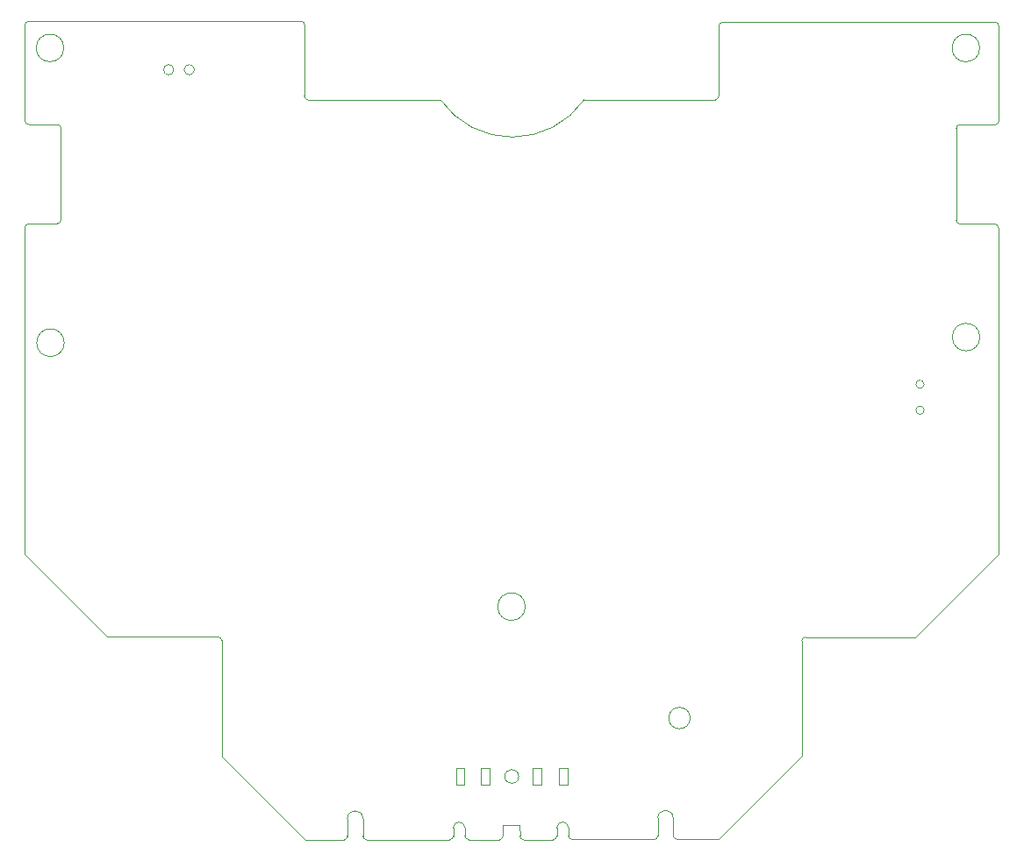
<source format=gbr>
%TF.GenerationSoftware,KiCad,Pcbnew,7.0.8*%
%TF.CreationDate,2023-12-31T22:13:15+00:00*%
%TF.ProjectId,pce-gt-controller,7063652d-6774-42d6-936f-6e74726f6c6c,rev?*%
%TF.SameCoordinates,Original*%
%TF.FileFunction,Profile,NP*%
%FSLAX46Y46*%
G04 Gerber Fmt 4.6, Leading zero omitted, Abs format (unit mm)*
G04 Created by KiCad (PCBNEW 7.0.8) date 2023-12-31 22:13:15*
%MOMM*%
%LPD*%
G01*
G04 APERTURE LIST*
%TA.AperFunction,Profile*%
%ADD10C,0.100000*%
%TD*%
%TA.AperFunction,Profile*%
%ADD11C,0.050000*%
%TD*%
G04 APERTURE END LIST*
D10*
X160199730Y-66897406D02*
X172820000Y-66897406D01*
X109340000Y-78872445D02*
G75*
G03*
X109697545Y-78514910I0J357545D01*
G01*
X157194910Y-138347545D02*
X154350000Y-138350000D01*
X133237545Y-59680000D02*
G75*
G03*
X132880000Y-59322455I-357545J0D01*
G01*
X138842455Y-136315090D02*
G75*
G03*
X137342323Y-136315090I-750066J0D01*
G01*
X200157545Y-110810000D02*
X192170000Y-118797545D01*
X173184723Y-66540000D02*
X173184723Y-59780000D01*
X173542822Y-59415277D02*
X199620000Y-59415277D01*
X167292323Y-136270000D02*
X167292323Y-137980000D01*
X114180000Y-118752455D02*
X106230000Y-110802455D01*
X200157545Y-110380000D02*
X200157545Y-110810000D01*
X148692455Y-137210000D02*
G75*
G03*
X147572455Y-137210000I-560000J0D01*
G01*
X196085255Y-78530000D02*
G75*
G03*
X196442822Y-78887545I357545J0D01*
G01*
X158672455Y-137980000D02*
G75*
G03*
X159030000Y-138337545I357545J0D01*
G01*
X157194910Y-138347555D02*
G75*
G03*
X157552455Y-137990000I-10J357555D01*
G01*
X146320270Y-66897406D02*
X133560000Y-66897406D01*
X125217045Y-119110000D02*
G75*
G03*
X124859467Y-118752455I-357545J0D01*
G01*
X200157555Y-79245090D02*
G75*
G03*
X199800000Y-78887545I-357555J-10D01*
G01*
X124859467Y-118752455D02*
X114180000Y-118752455D01*
X181530000Y-118797555D02*
G75*
G03*
X181172455Y-119155090I0J-357545D01*
G01*
X136984778Y-138382623D02*
G75*
G03*
X137342323Y-138025090I22J357523D01*
G01*
X168792455Y-137954910D02*
X168792455Y-136270000D01*
X109340000Y-69292455D02*
X106590000Y-69292455D01*
X198353949Y-61900000D02*
G75*
G03*
X198353949Y-61900000I-1330000J0D01*
G01*
X172827178Y-66897523D02*
G75*
G03*
X173184723Y-66540000I22J357523D01*
G01*
X138842455Y-138000000D02*
X138842455Y-136315090D01*
X166934778Y-138337523D02*
G75*
G03*
X167292323Y-137980000I22J357523D01*
G01*
X125217012Y-130339647D02*
X125217012Y-119110000D01*
X133202494Y-66539861D02*
G75*
G03*
X133560000Y-66897406I357506J-39D01*
G01*
X136984778Y-138382635D02*
X133260000Y-138382635D01*
X106232455Y-68934910D02*
X106232455Y-59680000D01*
X106232445Y-68934910D02*
G75*
G03*
X106590000Y-69292455I357555J10D01*
G01*
X196980000Y-69307545D02*
X196442822Y-69307545D01*
X196442822Y-78887545D02*
X199800000Y-78887545D01*
X106590000Y-59322455D02*
X132880000Y-59322455D01*
X148692455Y-137990000D02*
X148692455Y-137210000D01*
X181172455Y-130290000D02*
X173150000Y-138312455D01*
X200214723Y-68950000D02*
X200214723Y-68440000D01*
X151987178Y-138354723D02*
G75*
G03*
X152344723Y-137997178I22J357523D01*
G01*
X192170000Y-118797545D02*
X181530000Y-118797545D01*
X106230000Y-110802455D02*
X106230000Y-79230000D01*
X153990000Y-136930000D02*
X153992455Y-137992455D01*
X200214723Y-59772822D02*
X200214723Y-68440000D01*
X106590000Y-59322455D02*
G75*
G03*
X106232455Y-59680000I0J-357545D01*
G01*
X147214910Y-138357555D02*
G75*
G03*
X147572455Y-138000000I-10J357555D01*
G01*
X157552455Y-137200000D02*
X157552455Y-137990000D01*
X166934778Y-138337545D02*
X159030000Y-138337545D01*
X147572455Y-137210000D02*
X147572455Y-138000000D01*
X199857178Y-69307545D02*
X196980000Y-69307545D01*
X196442822Y-69307577D02*
G75*
G03*
X196085277Y-69665090I-22J-357523D01*
G01*
X146320270Y-66897406D02*
G75*
G03*
X160199730Y-66897406I6939730J4859253D01*
G01*
X153992500Y-137992455D02*
G75*
G03*
X154350000Y-138350000I357500J-45D01*
G01*
X137342323Y-136315090D02*
X137342323Y-138025090D01*
X133260000Y-138382635D02*
X125217012Y-130339647D01*
X152344723Y-137997178D02*
X152344723Y-136930000D01*
X154510000Y-115850000D02*
G75*
G03*
X154510000Y-115850000I-1330000J0D01*
G01*
X196085277Y-69665090D02*
X196085277Y-78530000D01*
X109697545Y-78514910D02*
X109697545Y-69650000D01*
X151987178Y-138354723D02*
X149050000Y-138347545D01*
X173150000Y-138312455D02*
X169150000Y-138312455D01*
X170420001Y-126610000D02*
G75*
G03*
X170420001Y-126610000I-1032376J0D01*
G01*
X173542822Y-59415277D02*
G75*
G03*
X173185277Y-59772822I-22J-357523D01*
G01*
X199857178Y-59415277D02*
X199620000Y-59415277D01*
X152344723Y-136930000D02*
X153990000Y-136930000D01*
X109697545Y-69650000D02*
G75*
G03*
X109340000Y-69292455I-357545J0D01*
G01*
X168792445Y-137954910D02*
G75*
G03*
X169150000Y-138312455I357555J10D01*
G01*
X199857178Y-69307523D02*
G75*
G03*
X200214723Y-68950000I22J357523D01*
G01*
X138842455Y-138000000D02*
G75*
G03*
X139200000Y-138357545I357545J0D01*
G01*
X106587545Y-78872455D02*
X109340000Y-78872455D01*
X109980000Y-61900000D02*
G75*
G03*
X109980000Y-61900000I-1330000J0D01*
G01*
X181172455Y-119155090D02*
X181172455Y-130290000D01*
X110023949Y-90360000D02*
G75*
G03*
X110023949Y-90360000I-1330000J0D01*
G01*
X200157545Y-79245090D02*
X200157545Y-110380000D01*
X158672455Y-137200000D02*
G75*
G03*
X157552455Y-137200000I-560000J0D01*
G01*
X168792455Y-136270000D02*
G75*
G03*
X167292323Y-136270000I-750066J0D01*
G01*
X133237545Y-59680000D02*
X133202455Y-66539861D01*
X148692455Y-137990000D02*
G75*
G03*
X149050000Y-138347545I357545J0D01*
G01*
X158672455Y-137980000D02*
X158672455Y-137200000D01*
X200214723Y-59772822D02*
G75*
G03*
X199857178Y-59415277I-357523J22D01*
G01*
X147214910Y-138357545D02*
X139200000Y-138357545D01*
X198373949Y-89820000D02*
G75*
G03*
X198373949Y-89820000I-1330000J0D01*
G01*
X106587545Y-78872500D02*
G75*
G03*
X106230000Y-79230000I-45J-357500D01*
G01*
D11*
%TO.C,J800*%
X147836250Y-131452500D02*
X148646250Y-131452500D01*
X148646250Y-131452500D02*
X148646250Y-133082500D01*
X148646250Y-133082500D02*
X147836250Y-133082500D01*
X147836250Y-133082500D02*
X147836250Y-131452500D01*
X150266250Y-131452500D02*
X151076250Y-131452500D01*
X151076250Y-131452500D02*
X151076250Y-133082500D01*
X151076250Y-133082500D02*
X150266250Y-133082500D01*
X150266250Y-133082500D02*
X150266250Y-131452500D01*
X155216250Y-131452500D02*
X156026250Y-131452500D01*
X156026250Y-131452500D02*
X156026250Y-133082500D01*
X156026250Y-133082500D02*
X155216250Y-133082500D01*
X155216250Y-133082500D02*
X155216250Y-131452500D01*
X157766250Y-131452500D02*
X158576250Y-131452500D01*
X158576250Y-131452500D02*
X158576250Y-133082500D01*
X158576250Y-133082500D02*
X157766250Y-133082500D01*
X157766250Y-133082500D02*
X157766250Y-131452500D01*
X153876250Y-132252500D02*
G75*
G03*
X153876250Y-132252500I-672681J0D01*
G01*
%TO.C,CN801*%
X120580918Y-64000917D02*
G75*
G03*
X120580918Y-64000917I-490918J0D01*
G01*
X122580918Y-64000917D02*
G75*
G03*
X122580918Y-64000917I-490918J0D01*
G01*
%TO.C,CC800*%
X192995980Y-94380000D02*
G75*
G03*
X192995980Y-94380000I-395980J0D01*
G01*
X192995980Y-96874021D02*
G75*
G03*
X192995980Y-96874021I-395980J0D01*
G01*
%TD*%
M02*

</source>
